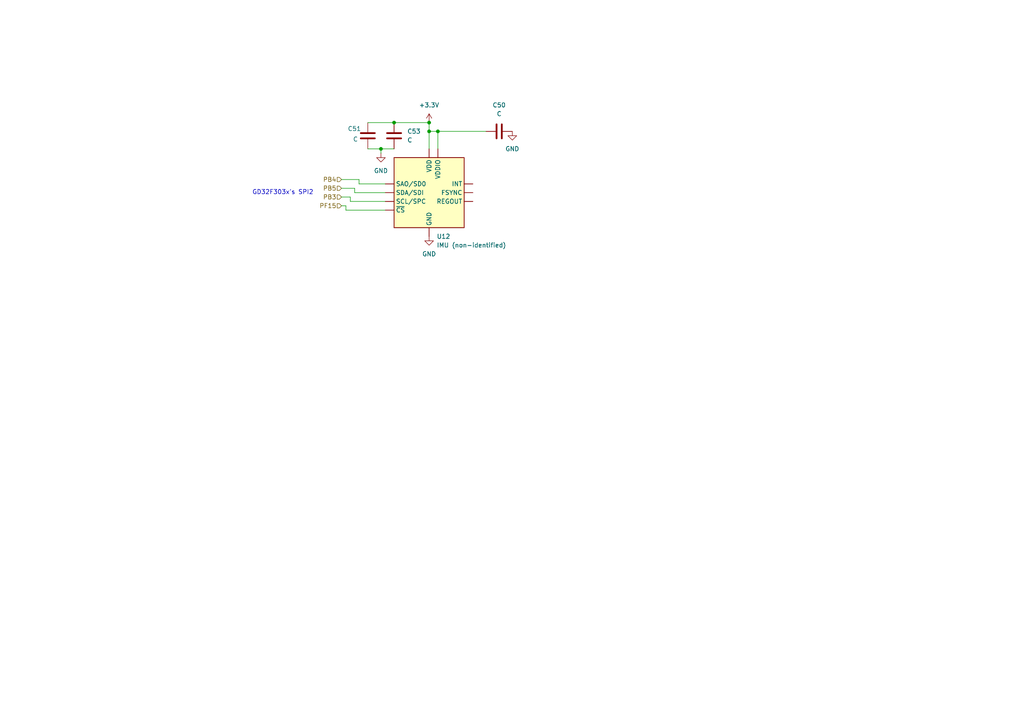
<source format=kicad_sch>
(kicad_sch (version 20231120) (generator "eeschema") (generator_version "8.0")
  (paper "A4")
  (lib_symbols
    (symbol "Device:C" (pin_numbers hide) (pin_names (offset 0.254))
      (property "Reference" "C" (at 0.635 2.54 0))
      (property "Value" "C" (at 0.635 -2.54 0))
      (symbol "C_0_1"
        (polyline (pts (xy -2.032 -0.762) (xy 2.032 -0.762)) (stroke (width 0.508)))
        (polyline (pts (xy -2.032 0.762) (xy 2.032 0.762)) (stroke (width 0.508)))
      )
      (symbol "C_1_1"
        (pin passive line (at 0 3.81 270) (length 2.794) (name "~") (number "1"))
        (pin passive line (at 0 -3.81 90) (length 2.794) (name "~") (number "2"))
      )
    )
    (symbol "Sensor_Motion:ICM-20602" (pin_numbers hide)
      (property "Reference" "U" (at -10.16 11.43 0))
      (property "Value" "ICM-20602" (at 10.16 11.43 0))
      (symbol "ICM-20602_0_1"
        (rectangle (start -10.16 10.16) (end 10.16 -10.16) (stroke (width 0.254)) (fill (type background)))
      )
      (symbol "ICM-20602_1_1"
        (pin power_in line (at 2.54 12.7 270) (length 2.54) (name "VDDIO") (number "1"))
        (pin passive line (at 0 -12.7 90) (length 2.54) hide (name "GND") (number "10"))
        (pin passive line (at 0 -12.7 90) (length 2.54) hide (name "GND") (number "11"))
        (pin passive line (at 0 -12.7 90) (length 2.54) hide (name "GND") (number "12"))
        (pin passive line (at 0 -12.7 90) (length 2.54) hide (name "GND") (number "13"))
        (pin passive line (at 12.7 -2.54 180) (length 2.54) (name "REGOUT") (number "14"))
        (pin passive line (at 0 -12.7 90) (length 2.54) hide (name "GND") (number "15"))
        (pin power_in line (at 0 12.7 270) (length 2.54) (name "VDD") (number "16"))
        (pin input line (at -12.7 -2.54 0) (length 2.54) (name "SCL/SPC") (number "2"))
        (pin bidirectional line (at -12.7 0 0) (length 2.54) (name "SDA/SDI") (number "3"))
        (pin bidirectional line (at -12.7 2.54 0) (length 2.54) (name "SAO/SD0") (number "4"))
        (pin input line (at -12.7 -5.08 0) (length 2.54) (name "~{CS}") (number "5"))
        (pin output line (at 12.7 2.54 180) (length 2.54) (name "INT") (number "6"))
        (pin no_connect line (at -10.16 5.08 0) (length 2.54) hide (name "RESV") (number "7"))
        (pin input line (at 12.7 0 180) (length 2.54) (name "FSYNC") (number "8"))
        (pin power_in line (at 0 -12.7 90) (length 2.54) (name "GND") (number "9"))
      )
    )
    (symbol "power:+3.3V" (power) (pin_names (offset 0))
      (property "Value" "+3.3V" (at 0 3.556 0))
      (symbol "+3.3V_0_1"
        (polyline (pts (xy -0.762 1.27) (xy 0 2.54)))
        (polyline (pts (xy 0 0) (xy 0 2.54)))
        (polyline (pts (xy 0 2.54) (xy 0.762 1.27)))
      )
      (symbol "+3.3V_1_1"
        (pin power_in line (at 0 0 90) (length 0) hide (name "+3.3V") (number "1"))
      )
    )
    (symbol "power:GND" (power) (pin_names (offset 0))
      (property "Value" "GND" (at 0 -3.81 0))
      (symbol "GND_0_1"
        (polyline (pts (xy 0 0) (xy 0 -1.27) (xy 1.27 -1.27) (xy 0 -2.54) (xy -1.27 -1.27) (xy 0 -1.27)))
      )
      (symbol "GND_1_1"
        (pin power_in line (at 0 0 270) (length 0) hide (name "GND") (number "1"))
      )
    )
  )
  (junction (at 127 38.1))
  (junction (at 110.49 43.18))
  (junction (at 124.46 35.56))
  (junction (at 114.3 35.56))
  (junction (at 124.46 38.1))
  (wire (pts (xy 114.3 43.18) (xy 110.49 43.18)))
  (wire (pts (xy 114.3 35.56) (xy 124.46 35.56)))
  (wire (pts (xy 124.46 38.1) (xy 127 38.1)))
  (wire (pts (xy 124.46 38.1) (xy 124.46 43.18)))
  (wire (pts (xy 102.87 55.88) (xy 111.76 55.88)))
  (wire (pts (xy 104.14 53.34) (xy 111.76 53.34)))
  (wire (pts (xy 140.97 38.1) (xy 127 38.1)))
  (wire (pts (xy 104.14 52.07) (xy 104.14 53.34)))
  (wire (pts (xy 124.46 35.56) (xy 124.46 38.1)))
  (wire (pts (xy 99.06 52.07) (xy 104.14 52.07)))
  (wire (pts (xy 101.6 58.42) (xy 111.76 58.42)))
  (wire (pts (xy 110.49 43.18) (xy 110.49 44.45)))
  (wire (pts (xy 102.87 54.61) (xy 102.87 55.88)))
  (wire (pts (xy 99.06 54.61) (xy 102.87 54.61)))
  (wire (pts (xy 100.33 60.96) (xy 111.76 60.96)))
  (wire (pts (xy 99.06 59.69) (xy 100.33 59.69)))
  (wire (pts (xy 99.06 57.15) (xy 101.6 57.15)))
  (wire (pts (xy 101.6 57.15) (xy 101.6 58.42)))
  (wire (pts (xy 100.33 59.69) (xy 100.33 60.96)))
  (wire (pts (xy 127 38.1) (xy 127 43.18)))
  (wire (pts (xy 106.68 43.18) (xy 110.49 43.18)))
  (wire (pts (xy 106.68 35.56) (xy 114.3 35.56)))
  (text "GD32F303x's SPI2" (at 82.042 55.88 0) (effects (font (size 1.27 1.27))))
  (hierarchical_label "PB4" (shape input) (at 99.06 52.07 180))
  (hierarchical_label "PB5" (shape input) (at 99.06 54.61 180))
  (hierarchical_label "PF15" (shape input) (at 99.06 59.69 180))
  (hierarchical_label "PB3" (shape input) (at 99.06 57.15 180))
  (symbol (lib_id "power:GND") (at 110.49 44.45 0) (unit 1)
    (property "Reference" "#PWR04" (effects (hide yes)))
    (property "Value" "GND" (at 110.49 49.53 0))
  )
  (symbol (lib_id "power:GND") (at 124.46 68.58 0) (unit 1)
    (property "Reference" "#PWR02" (effects (hide yes)))
    (property "Value" "GND" (at 124.46 73.66 0))
  )
  (symbol (lib_id "power:GND") (at 148.59 38.1 0) (unit 1)
    (property "Reference" "#PWR03" (effects (hide yes)))
    (property "Value" "GND" (at 148.59 43.18 0))
  )
  (symbol (lib_id "Sensor_Motion:ICM-20602") (at 124.46 55.88 0) (unit 1)
    (property "Reference" "U12" (at 126.6541 68.58 0) (effects (justify left)))
    (property "Value" "IMU (non-identified)" (at 126.6541 71.12 0) (effects (justify left)))
    (property "Footprint" "Package_LGA:LGA-14_3x2.5mm_P0.5mm_LayoutBorder3x4y" (effects (hide yes)))
    (property "Datasheet" "http://www.invensense.com/wp-content/uploads/2016/10/DS-000176-ICM-20602-v1.0.pdf" (effects (hide yes)))
    (property "Description" "High performance 6-Axis MEMS motion tracking, SPI/I2C interface, LGA-16" (effects (hide yes)))
  )
  (symbol (lib_id "power:+3.3V") (at 124.46 35.56 0) (unit 1)
    (property "Reference" "#PWR05" (effects (hide yes)))
    (property "Value" "+3.3V" (at 124.46 30.48 0))
  )
  (symbol (lib_id "Device:C") (at 114.3 39.37 0) (unit 1)
    (property "Reference" "C53" (at 118.11 38.0999 0) (effects (justify left)))
    (property "Value" "C" (at 118.11 40.6399 0) (effects (justify left)))
    (property "Description" "Unpolarized capacitor" (effects (hide yes)))
  )
  (symbol (lib_id "Device:C") (at 144.78 38.1 90) (unit 1)
    (property "Reference" "C50" (at 144.78 30.48 90))
    (property "Value" "C" (at 144.78 33.02 90))
    (property "Description" "Unpolarized capacitor" (effects (hide yes)))
  )
  (symbol (lib_id "Device:C") (at 106.68 39.37 0) (unit 1)
    (property "Reference" "C51" (at 100.838 37.338 0) (effects (justify left)))
    (property "Value" "C" (at 102.362 40.386 0) (effects (justify left)))
    (property "Description" "Unpolarized capacitor" (effects (hide yes)))
  )
)
</source>
